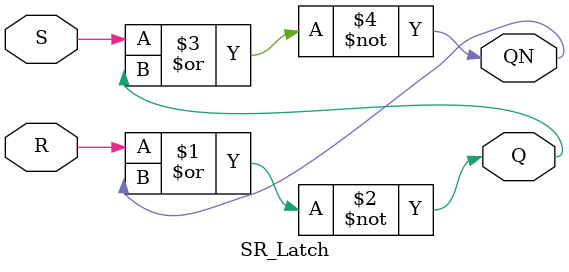
<source format=v>
module SR_Latch(
     Q, QN, R, S
);

input R, S;

output Q, QN;

nor nor1(Q, R, QN);
nor nor2(QN, S, Q);

endmodule
</source>
